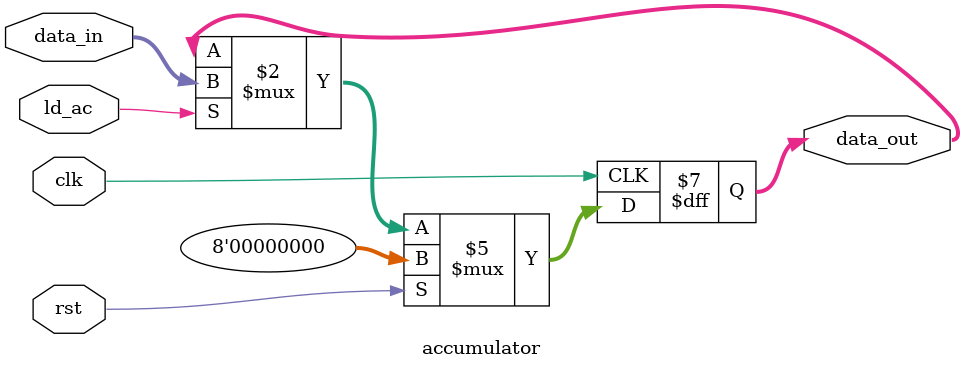
<source format=sv>
`timescale 1ns / 1ps


`timescale 1ns / 100ps

module accumulator (
    input clk,            
    input rst,
    input ld_ac,
    input [7:0] data_in,
    output reg [7:0] data_out
);

always @(posedge clk) begin
    if (rst)
        data_out <= 8'b00000000;
    else if (ld_ac)
        data_out <= data_in;
end

endmodule

</source>
